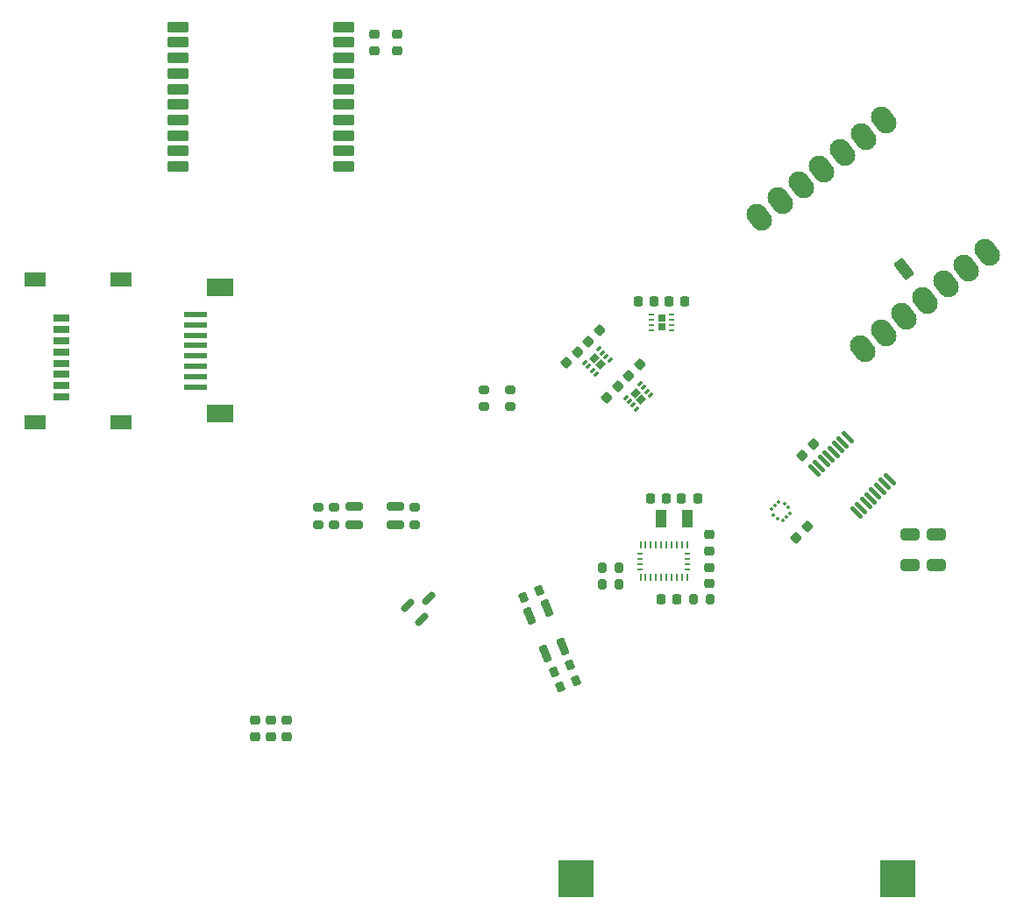
<source format=gbr>
%TF.GenerationSoftware,KiCad,Pcbnew,(6.0.5)*%
%TF.CreationDate,2024-11-08T16:15:15+00:00*%
%TF.ProjectId,Main Board,4d61696e-2042-46f6-9172-642e6b696361,rev?*%
%TF.SameCoordinates,Original*%
%TF.FileFunction,Paste,Bot*%
%TF.FilePolarity,Positive*%
%FSLAX46Y46*%
G04 Gerber Fmt 4.6, Leading zero omitted, Abs format (unit mm)*
G04 Created by KiCad (PCBNEW (6.0.5)) date 2024-11-08 16:15:15*
%MOMM*%
%LPD*%
G01*
G04 APERTURE LIST*
G04 Aperture macros list*
%AMRoundRect*
0 Rectangle with rounded corners*
0 $1 Rounding radius*
0 $2 $3 $4 $5 $6 $7 $8 $9 X,Y pos of 4 corners*
0 Add a 4 corners polygon primitive as box body*
4,1,4,$2,$3,$4,$5,$6,$7,$8,$9,$2,$3,0*
0 Add four circle primitives for the rounded corners*
1,1,$1+$1,$2,$3*
1,1,$1+$1,$4,$5*
1,1,$1+$1,$6,$7*
1,1,$1+$1,$8,$9*
0 Add four rect primitives between the rounded corners*
20,1,$1+$1,$2,$3,$4,$5,0*
20,1,$1+$1,$4,$5,$6,$7,0*
20,1,$1+$1,$6,$7,$8,$9,0*
20,1,$1+$1,$8,$9,$2,$3,0*%
%AMRotRect*
0 Rectangle, with rotation*
0 The origin of the aperture is its center*
0 $1 length*
0 $2 width*
0 $3 Rotation angle, in degrees counterclockwise*
0 Add horizontal line*
21,1,$1,$2,0,0,$3*%
G04 Aperture macros list end*
%ADD10RoundRect,0.197500X0.632500X-0.197500X0.632500X0.197500X-0.632500X0.197500X-0.632500X-0.197500X0*%
%ADD11RoundRect,0.225000X-0.250000X0.225000X-0.250000X-0.225000X0.250000X-0.225000X0.250000X0.225000X0*%
%ADD12RoundRect,0.200000X0.079538X0.330604X-0.290014X0.177530X-0.079538X-0.330604X0.290014X-0.177530X0*%
%ADD13RoundRect,0.225000X0.250000X-0.225000X0.250000X0.225000X-0.250000X0.225000X-0.250000X-0.225000X0*%
%ADD14RoundRect,0.225000X0.017678X-0.335876X0.335876X-0.017678X-0.017678X0.335876X-0.335876X0.017678X0*%
%ADD15RoundRect,0.200000X0.275000X-0.200000X0.275000X0.200000X-0.275000X0.200000X-0.275000X-0.200000X0*%
%ADD16RoundRect,0.225000X-0.017678X0.335876X-0.335876X0.017678X0.017678X-0.335876X0.335876X-0.017678X0*%
%ADD17RotRect,0.750000X0.650000X225.000000*%
%ADD18RotRect,0.500000X0.250000X225.000000*%
%ADD19RoundRect,0.200000X0.200000X0.275000X-0.200000X0.275000X-0.200000X-0.275000X0.200000X-0.275000X0*%
%ADD20RoundRect,0.225000X0.225000X0.250000X-0.225000X0.250000X-0.225000X-0.250000X0.225000X-0.250000X0*%
%ADD21RoundRect,0.225000X-0.225000X-0.250000X0.225000X-0.250000X0.225000X0.250000X-0.225000X0.250000X0*%
%ADD22RoundRect,1.000000X0.230873X-0.295504X-0.230873X0.295504X-0.230873X0.295504X0.230873X-0.295504X0*%
%ADD23RoundRect,0.137500X0.856062X-0.425699X-0.205954X0.933620X-0.856062X0.425699X0.205954X-0.933620X0*%
%ADD24R,2.200000X0.600000*%
%ADD25R,2.600000X1.800000*%
%ADD26RoundRect,0.200000X-0.200000X-0.275000X0.200000X-0.275000X0.200000X0.275000X-0.200000X0.275000X0*%
%ADD27RotRect,0.300000X0.325000X315.000000*%
%ADD28RotRect,0.300000X0.325000X45.000000*%
%ADD29RoundRect,0.250000X-0.650000X0.325000X-0.650000X-0.325000X0.650000X-0.325000X0.650000X0.325000X0*%
%ADD30RoundRect,0.197500X-0.059581X0.659934X-0.424513X0.508774X0.059581X-0.659934X0.424513X-0.508774X0*%
%ADD31RoundRect,0.200000X-0.275000X0.200000X-0.275000X-0.200000X0.275000X-0.200000X0.275000X0.200000X0*%
%ADD32R,1.500000X0.800000*%
%ADD33R,2.000000X1.450000*%
%ADD34R,0.750000X0.650000*%
%ADD35R,0.500000X0.250000*%
%ADD36RoundRect,0.100000X1.600000X1.700000X-1.600000X1.700000X-1.600000X-1.700000X1.600000X-1.700000X0*%
%ADD37RoundRect,0.200000X-0.079538X-0.330604X0.290014X-0.177530X0.079538X0.330604X-0.290014X0.177530X0*%
%ADD38RoundRect,0.100000X0.521491X-0.380070X-0.380070X0.521491X-0.521491X0.380070X0.380070X-0.521491X0*%
%ADD39RoundRect,0.150000X-0.309359X-0.521491X0.521491X0.309359X0.309359X0.521491X-0.521491X-0.309359X0*%
%ADD40R,1.000000X1.800000*%
%ADD41R,0.250000X0.675000*%
%ADD42R,0.575000X0.250000*%
%ADD43RoundRect,0.125000X0.875000X0.375000X-0.875000X0.375000X-0.875000X-0.375000X0.875000X-0.375000X0*%
G04 APERTURE END LIST*
D10*
%TO.C,U7*%
X90000000Y-100850000D03*
X86000000Y-100850000D03*
X86000000Y-99050000D03*
X90000000Y-99050000D03*
%TD*%
D11*
%TO.C,C5*%
X120290000Y-101775000D03*
X120290000Y-103325000D03*
%TD*%
D12*
%TO.C,R3*%
X107466960Y-115855623D03*
X105942558Y-116487051D03*
%TD*%
D13*
%TO.C,C12*%
X79500000Y-121275000D03*
X79500000Y-119725000D03*
%TD*%
D14*
%TO.C,C1*%
X128701992Y-102048008D03*
X129798008Y-100951992D03*
%TD*%
D15*
%TO.C,R14*%
X91900000Y-100775000D03*
X91900000Y-99125000D03*
%TD*%
D16*
%TO.C,C15*%
X109714501Y-81994473D03*
X108618485Y-83090489D03*
%TD*%
D15*
%TO.C,R7*%
X101110000Y-89405000D03*
X101110000Y-87755000D03*
%TD*%
D17*
%TO.C,U10*%
X113201040Y-88117157D03*
X113766726Y-88682843D03*
D18*
X113625304Y-87197918D03*
X113978858Y-87551472D03*
X114332411Y-87905025D03*
X114685965Y-88258579D03*
X113342462Y-89602082D03*
X112988908Y-89248528D03*
X112635355Y-88894975D03*
X112281801Y-88541421D03*
%TD*%
D19*
%TO.C,R6*%
X111614999Y-106550000D03*
X109964999Y-106550000D03*
%TD*%
D20*
%TO.C,C9*%
X116215000Y-98250001D03*
X114665000Y-98250001D03*
%TD*%
D21*
%TO.C,C8*%
X117665000Y-98250001D03*
X119215000Y-98250001D03*
%TD*%
D14*
%TO.C,C14*%
X106514843Y-85194131D03*
X107610859Y-84098115D03*
%TD*%
D22*
%TO.C,IC2*%
X147158303Y-74445716D03*
X145156755Y-76009496D03*
X143155208Y-77573276D03*
X141153661Y-79137057D03*
X139152113Y-80700837D03*
X137150566Y-82264617D03*
X135149019Y-83828397D03*
X125196851Y-71090203D03*
X127198398Y-69526423D03*
X129199946Y-67962643D03*
X131201493Y-66398863D03*
X133203040Y-64835083D03*
X135204587Y-63271302D03*
X137206135Y-61707522D03*
D23*
X139133664Y-76064299D03*
%TD*%
D13*
%TO.C,C10*%
X76500000Y-121275000D03*
X76500000Y-119725000D03*
%TD*%
D24*
%TO.C,J2*%
X70757500Y-80500000D03*
X70757500Y-81500000D03*
X70757500Y-82500000D03*
X70757500Y-83500000D03*
X70757500Y-84500000D03*
X70757500Y-85500000D03*
X70757500Y-86500000D03*
X70757500Y-87500000D03*
D25*
X73127500Y-77900000D03*
X73127500Y-90100000D03*
%TD*%
D26*
%TO.C,R9*%
X118775000Y-108000000D03*
X120425000Y-108000000D03*
%TD*%
D27*
%TO.C,U1*%
X126896447Y-100207107D03*
X126542893Y-99853553D03*
D28*
X126348439Y-99305546D03*
X126701992Y-98951992D03*
X127055546Y-98598439D03*
D27*
X127603553Y-98792893D03*
X127957107Y-99146447D03*
D28*
X128151561Y-99694454D03*
X127798008Y-100048008D03*
X127444454Y-100401561D03*
%TD*%
D29*
%TO.C,C20*%
X142250000Y-101775000D03*
X142250000Y-104725000D03*
%TD*%
D11*
%TO.C,C4*%
X120339999Y-104925002D03*
X120339999Y-106475002D03*
%TD*%
D13*
%TO.C,C11*%
X78000000Y-121275000D03*
X78000000Y-119725000D03*
%TD*%
D29*
%TO.C,C21*%
X139750000Y-101775000D03*
X139750000Y-104725000D03*
%TD*%
D30*
%TO.C,U5*%
X104666125Y-108897826D03*
X106196858Y-112593344D03*
X104533875Y-113282174D03*
X103003142Y-109586656D03*
%TD*%
D31*
%TO.C,R13*%
X84100000Y-99124999D03*
X84100000Y-100774999D03*
%TD*%
D20*
%TO.C,C19*%
X118000000Y-79250000D03*
X116450000Y-79250000D03*
%TD*%
D32*
%TO.C,J3*%
X57792500Y-80795000D03*
X57792500Y-81895000D03*
X57792500Y-82995000D03*
X57792500Y-84095000D03*
X57792500Y-85195000D03*
X57792500Y-86295000D03*
X57792500Y-87395000D03*
X57792500Y-88495000D03*
D33*
X55192500Y-90875000D03*
X63492500Y-90875000D03*
X63492500Y-77125000D03*
X55192500Y-77125000D03*
%TD*%
D34*
%TO.C,U11*%
X115725000Y-80850000D03*
X115725000Y-81650000D03*
D35*
X116675000Y-80500000D03*
X116675000Y-81000000D03*
X116675000Y-81500000D03*
X116675000Y-82000000D03*
X114775000Y-82000000D03*
X114775000Y-81500000D03*
X114775000Y-81000000D03*
X114775000Y-80500000D03*
%TD*%
D15*
%TO.C,R2*%
X98560000Y-89415000D03*
X98560000Y-87765000D03*
%TD*%
D36*
%TO.C,BT2*%
X138550000Y-135000000D03*
X107450000Y-135000000D03*
%TD*%
D37*
%TO.C,R4*%
X105330264Y-115008844D03*
X106854666Y-114377416D03*
%TD*%
D19*
%TO.C,R1*%
X111615002Y-105000000D03*
X109965002Y-105000000D03*
%TD*%
D14*
%TO.C,C16*%
X110461002Y-88559100D03*
X111557018Y-87463084D03*
%TD*%
D11*
%TO.C,C3*%
X88000000Y-53425000D03*
X88000000Y-54975000D03*
%TD*%
D38*
%TO.C,U3*%
X137745629Y-96415425D03*
X137286010Y-96875045D03*
X136826390Y-97334664D03*
X136366771Y-97794283D03*
X135907151Y-98253903D03*
X135447532Y-98713522D03*
X134987913Y-99173142D03*
X134528293Y-99632761D03*
X130480107Y-95584575D03*
X130939726Y-95124955D03*
X131399346Y-94665336D03*
X131858965Y-94205717D03*
X132318585Y-93746097D03*
X132778204Y-93286478D03*
X133237823Y-92826858D03*
X133697443Y-92367239D03*
%TD*%
D20*
%TO.C,C7*%
X117215000Y-108000000D03*
X115665000Y-108000000D03*
%TD*%
D39*
%TO.C,Q1*%
X92558839Y-109934664D03*
X91215336Y-108591161D03*
X93212913Y-107937087D03*
%TD*%
D17*
%TO.C,U9*%
X109250000Y-84750000D03*
X109815686Y-85315686D03*
D18*
X109674264Y-83830761D03*
X110027818Y-84184315D03*
X110381371Y-84537868D03*
X110734925Y-84891422D03*
X109391422Y-86234925D03*
X109037868Y-85881371D03*
X108684315Y-85527818D03*
X108330761Y-85174264D03*
%TD*%
D12*
%TO.C,R5*%
X103869736Y-107171156D03*
X102345334Y-107802584D03*
%TD*%
D40*
%TO.C,Y1*%
X118190000Y-100213000D03*
X115690000Y-100213000D03*
%TD*%
D16*
%TO.C,C17*%
X113678338Y-85341763D03*
X112582322Y-86437779D03*
%TD*%
D41*
%TO.C,U6*%
X118190000Y-102799999D03*
D42*
X118253000Y-103612999D03*
X118253000Y-104112999D03*
X118253000Y-104612999D03*
X118253000Y-105112999D03*
D41*
X118190000Y-105925999D03*
X117690000Y-105925999D03*
X117190000Y-105925999D03*
X116690000Y-105925999D03*
X116190000Y-105925999D03*
X115690000Y-105925999D03*
X115190000Y-105925999D03*
X114690000Y-105925999D03*
X114190000Y-105925999D03*
X113690000Y-105925999D03*
D42*
X113627000Y-105112999D03*
X113627000Y-104612999D03*
X113627000Y-104112999D03*
X113627000Y-103612999D03*
D41*
X113690000Y-102799999D03*
X114190000Y-102799999D03*
X114690000Y-102799999D03*
X115190000Y-102799999D03*
X115690000Y-102799999D03*
X116190000Y-102799999D03*
X116690000Y-102799999D03*
X117190000Y-102799999D03*
X117690000Y-102799999D03*
%TD*%
D14*
%TO.C,C6*%
X129286864Y-94108489D03*
X130382880Y-93012473D03*
%TD*%
D15*
%TO.C,R8*%
X82550000Y-100775000D03*
X82550000Y-99125000D03*
%TD*%
D21*
%TO.C,C18*%
X113450000Y-79250000D03*
X115000000Y-79250000D03*
%TD*%
D11*
%TO.C,C2*%
X90200000Y-53425000D03*
X90200000Y-54975000D03*
%TD*%
D43*
%TO.C,U2*%
X85000000Y-52700000D03*
X85000000Y-54200000D03*
X85000000Y-55700000D03*
X85000000Y-57200000D03*
X85000000Y-58700000D03*
X85000000Y-60200000D03*
X85000000Y-61700000D03*
X85000000Y-63200000D03*
X85000000Y-64700000D03*
X85000000Y-66200000D03*
X69000000Y-66200000D03*
X69000000Y-64700000D03*
X69000000Y-63200000D03*
X69000000Y-61700000D03*
X69000000Y-60200000D03*
X69000000Y-58700000D03*
X69000000Y-57200000D03*
X69000000Y-55700000D03*
X69000000Y-54200000D03*
X69000000Y-52700000D03*
%TD*%
M02*

</source>
